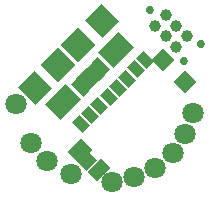
<source format=gbs>
G04*
G04 #@! TF.GenerationSoftware,Altium Limited,Altium Designer,20.0.13 (296)*
G04*
G04 Layer_Color=16711935*
%FSLAX25Y25*%
%MOIN*%
G70*
G01*
G75*
%ADD42C,0.02749*%
%ADD43C,0.07099*%
%ADD61C,0.03898*%
G04:AMPARAMS|DCode=62|XSize=82.8mil|YSize=78.87mil|CornerRadius=0mil|HoleSize=0mil|Usage=FLASHONLY|Rotation=315.000|XOffset=0mil|YOffset=0mil|HoleType=Round|Shape=Rectangle|*
%AMROTATEDRECTD62*
4,1,4,-0.05716,0.00139,-0.00139,0.05716,0.05716,-0.00139,0.00139,-0.05716,-0.05716,0.00139,0.0*
%
%ADD62ROTATEDRECTD62*%

%ADD63P,0.11710X4X360.0*%
G04:AMPARAMS|DCode=64|XSize=94.61mil|YSize=70.99mil|CornerRadius=0mil|HoleSize=0mil|Usage=FLASHONLY|Rotation=45.000|XOffset=0mil|YOffset=0mil|HoleType=Round|Shape=Rectangle|*
%AMROTATEDRECTD64*
4,1,4,-0.00835,-0.05855,-0.05855,-0.00835,0.00835,0.05855,0.05855,0.00835,-0.00835,-0.05855,0.0*
%
%ADD64ROTATEDRECTD64*%

G04:AMPARAMS|DCode=65|XSize=61.15mil|YSize=23.75mil|CornerRadius=0mil|HoleSize=0mil|Usage=FLASHONLY|Rotation=315.000|XOffset=0mil|YOffset=0mil|HoleType=Round|Shape=Rectangle|*
%AMROTATEDRECTD65*
4,1,4,-0.03002,0.01322,-0.01322,0.03002,0.03002,-0.01322,0.01322,-0.03002,-0.03002,0.01322,0.0*
%
%ADD65ROTATEDRECTD65*%

G04:AMPARAMS|DCode=66|XSize=63.12mil|YSize=43.43mil|CornerRadius=0mil|HoleSize=0mil|Usage=FLASHONLY|Rotation=225.000|XOffset=0mil|YOffset=0mil|HoleType=Round|Shape=Rectangle|*
%AMROTATEDRECTD66*
4,1,4,0.00696,0.03767,0.03767,0.00696,-0.00696,-0.03767,-0.03767,-0.00696,0.00696,0.03767,0.0*
%
%ADD66ROTATEDRECTD66*%

G04:AMPARAMS|DCode=67|XSize=47.37mil|YSize=35.56mil|CornerRadius=0mil|HoleSize=0mil|Usage=FLASHONLY|Rotation=225.000|XOffset=0mil|YOffset=0mil|HoleType=Round|Shape=Rectangle|*
%AMROTATEDRECTD67*
4,1,4,0.00418,0.02932,0.02932,0.00418,-0.00418,-0.02932,-0.02932,-0.00418,0.00418,0.02932,0.0*
%
%ADD67ROTATEDRECTD67*%

G04:AMPARAMS|DCode=68|XSize=63.12mil|YSize=55.24mil|CornerRadius=0mil|HoleSize=0mil|Usage=FLASHONLY|Rotation=225.000|XOffset=0mil|YOffset=0mil|HoleType=Round|Shape=Rectangle|*
%AMROTATEDRECTD68*
4,1,4,0.00278,0.04185,0.04185,0.00278,-0.00278,-0.04185,-0.04185,-0.00278,0.00278,0.04185,0.0*
%
%ADD68ROTATEDRECTD68*%

G04:AMPARAMS|DCode=69|XSize=55.24mil|YSize=53.28mil|CornerRadius=0mil|HoleSize=0mil|Usage=FLASHONLY|Rotation=135.000|XOffset=0mil|YOffset=0mil|HoleType=Round|Shape=Rectangle|*
%AMROTATEDRECTD69*
4,1,4,0.03837,-0.00070,0.00070,-0.03837,-0.03837,0.00070,-0.00070,0.03837,0.03837,-0.00070,0.0*
%
%ADD69ROTATEDRECTD69*%

G04:AMPARAMS|DCode=70|XSize=47.37mil|YSize=35.56mil|CornerRadius=0mil|HoleSize=0mil|Usage=FLASHONLY|Rotation=135.000|XOffset=0mil|YOffset=0mil|HoleType=Round|Shape=Rectangle|*
%AMROTATEDRECTD70*
4,1,4,0.02932,-0.00418,0.00418,-0.02932,-0.02932,0.00418,-0.00418,0.02932,0.02932,-0.00418,0.0*
%
%ADD70ROTATEDRECTD70*%

D42*
X61667Y46025D02*
D03*
X56010Y40368D02*
D03*
X44697Y57339D02*
D03*
D43*
X59000Y23000D02*
D03*
X56500Y16000D02*
D03*
X32000Y0D02*
D03*
X46500Y4500D02*
D03*
X0Y26000D02*
D03*
X18500Y2500D02*
D03*
X10500Y7000D02*
D03*
X52500Y9500D02*
D03*
X5000Y13000D02*
D03*
X39500Y1500D02*
D03*
D61*
X53535Y44965D02*
D03*
X57071Y48500D02*
D03*
X50000D02*
D03*
X53535Y52035D02*
D03*
X46464D02*
D03*
X50000Y55571D02*
D03*
D62*
X28617Y53476D02*
D03*
X6346Y31205D02*
D03*
D63*
X20822Y45681D02*
D03*
X14141Y39000D02*
D03*
D64*
X33350Y44011D02*
D03*
X15811Y26472D02*
D03*
D65*
X28548Y38513D02*
D03*
X26738Y36703D02*
D03*
X24929Y34894D02*
D03*
X23119Y33084D02*
D03*
X21309Y31275D02*
D03*
D66*
X27735Y3912D02*
D03*
D67*
X23977Y6557D02*
D03*
D68*
X21333Y10315D02*
D03*
D69*
X56340Y33352D02*
D03*
X49130Y40562D02*
D03*
D70*
X43214Y40492D02*
D03*
X40152Y37430D02*
D03*
X37089Y34368D02*
D03*
X34027Y31306D02*
D03*
X30965Y28243D02*
D03*
X27903Y25181D02*
D03*
X24840Y22119D02*
D03*
X21778Y19056D02*
D03*
M02*

</source>
